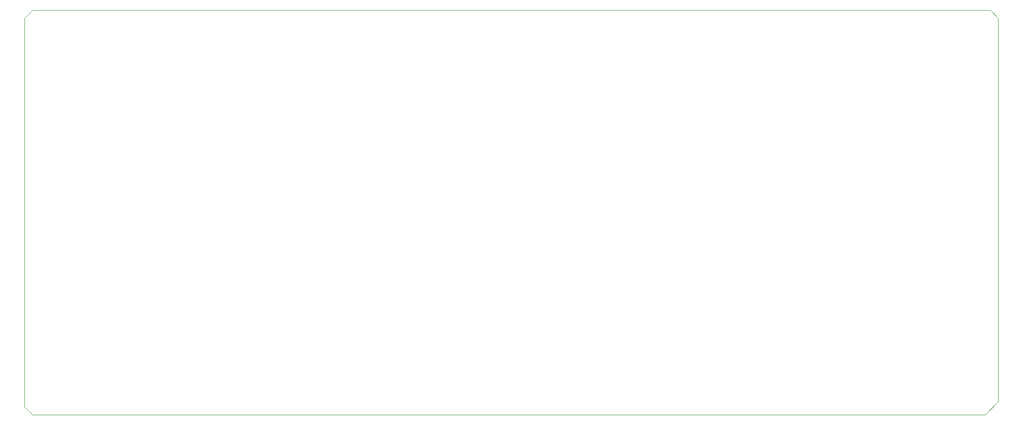
<source format=gbr>
G04 #@! TF.FileFunction,Profile,NP*
%FSLAX46Y46*%
G04 Gerber Fmt 4.6, Leading zero omitted, Abs format (unit mm)*
G04 Created by KiCad (PCBNEW 4.0.0-rc2-stable) date 10-2-2016 17:40:28*
%MOMM*%
G01*
G04 APERTURE LIST*
%ADD10C,0.100000*%
G04 APERTURE END LIST*
D10*
X187000000Y-98000000D02*
X209000000Y-98000000D01*
X27500000Y-98000000D02*
X187000000Y-98000000D01*
X211500000Y-95500000D02*
X209000000Y-98000000D01*
X211500000Y-22500000D02*
X211500000Y-95500000D01*
X210000000Y-21000000D02*
X211500000Y-22500000D01*
X154500000Y-21000000D02*
X210000000Y-21000000D01*
X27500000Y-21000000D02*
X26000000Y-22500000D01*
X153000000Y-21000000D02*
X154500000Y-21000000D01*
X26000000Y-96500000D02*
X27500000Y-98000000D01*
X26000000Y-96000000D02*
X26000000Y-96500000D01*
X26000000Y-87500000D02*
X26000000Y-96500000D01*
X26000000Y-83500000D02*
X26000000Y-87500000D01*
X26000000Y-22500000D02*
X26000000Y-83500000D01*
X27500000Y-21000000D02*
X153000000Y-21000000D01*
M02*

</source>
